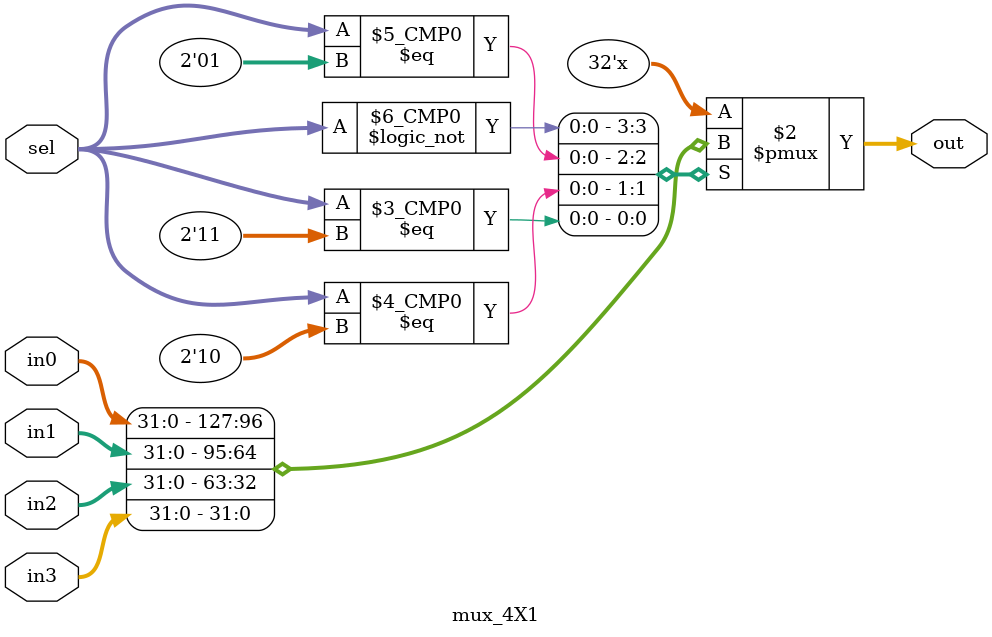
<source format=v>
`timescale 1ns / 1ps

module mux_4X1(
    input [31:0] in0,
    input [31:0] in1,
    input [31:0] in2,
    input [31:0] in3,
    input [1:0]sel,
    output reg [31:0] out
    );
    
    always @(*) begin
        case(sel)
            2'b00: out = in0;
            2'b01: out = in1;
            2'b10: out = in2;
            2'b11: out = in3;
        endcase
    end
    
endmodule

</source>
